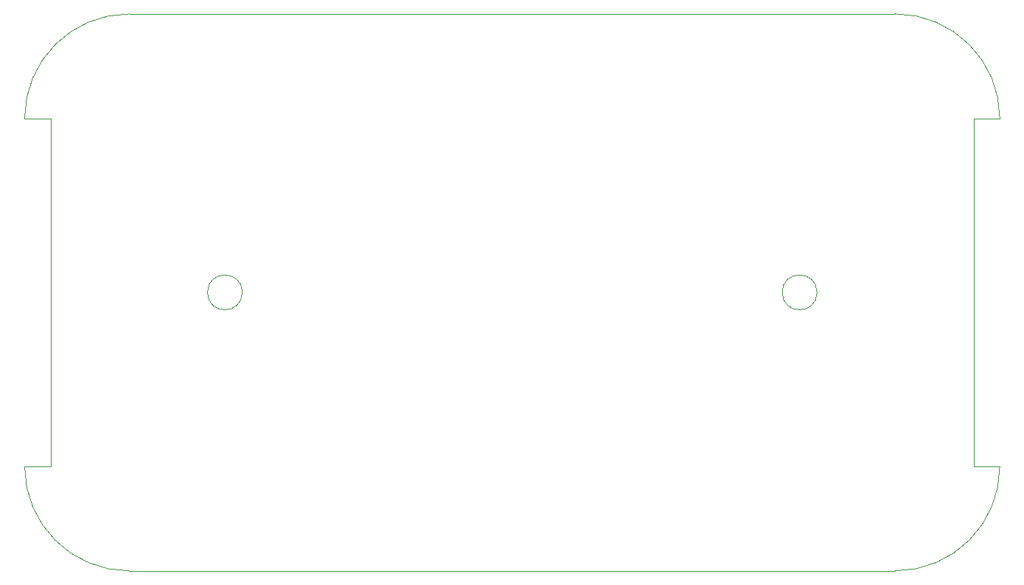
<source format=gbr>
%TF.GenerationSoftware,KiCad,Pcbnew,9.0.1*%
%TF.CreationDate,2025-05-10T22:15:22+02:00*%
%TF.ProjectId,Workcross-ReverseCam,576f726b-6372-46f7-9373-2d5265766572,rev?*%
%TF.SameCoordinates,Original*%
%TF.FileFunction,Profile,NP*%
%FSLAX46Y46*%
G04 Gerber Fmt 4.6, Leading zero omitted, Abs format (unit mm)*
G04 Created by KiCad (PCBNEW 9.0.1) date 2025-05-10 22:15:22*
%MOMM*%
%LPD*%
G01*
G04 APERTURE LIST*
%TA.AperFunction,Profile*%
%ADD10C,0.050000*%
%TD*%
G04 APERTURE END LIST*
D10*
X194000000Y-50200000D02*
G75*
G02*
X206000000Y-62200000I0J-12000000D01*
G01*
X94000000Y-62200000D02*
G75*
G02*
X106000000Y-50200000I12000000J0D01*
G01*
X106000000Y-50200000D02*
X162000000Y-50200000D01*
X194000000Y-50200000D02*
X162000000Y-50200000D01*
X206000000Y-102200000D02*
G75*
G02*
X194000000Y-114200000I-12000000J0D01*
G01*
X203000000Y-102200000D02*
X206000000Y-102200000D01*
X194000000Y-114200000D02*
X106000000Y-114200000D01*
X203000000Y-62200000D02*
X203000000Y-102200000D01*
X119000000Y-82200000D02*
G75*
G02*
X115000000Y-82200000I-2000000J0D01*
G01*
X115000000Y-82200000D02*
G75*
G02*
X119000000Y-82200000I2000000J0D01*
G01*
X185000000Y-82200000D02*
G75*
G02*
X181000000Y-82200000I-2000000J0D01*
G01*
X181000000Y-82200000D02*
G75*
G02*
X185000000Y-82200000I2000000J0D01*
G01*
X94000000Y-102200000D02*
X97000000Y-102200000D01*
X106000000Y-114200000D02*
G75*
G02*
X94000000Y-102200000I0J12000000D01*
G01*
X94000000Y-62200000D02*
X97000000Y-62200000D01*
X97000000Y-62200000D02*
X97000000Y-102200000D01*
X203000000Y-62200000D02*
X206000000Y-62200000D01*
M02*

</source>
